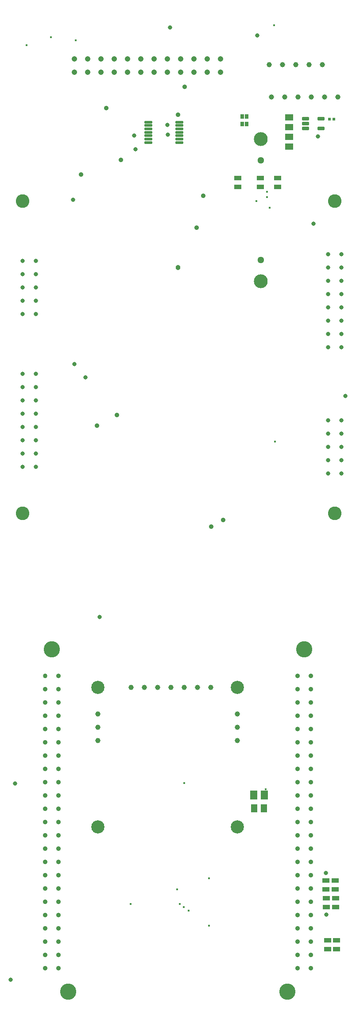
<source format=gbr>
G04 Layer_Color=8388736*
%FSLAX26Y26*%
%MOIN*%
%TF.FileFunction,Soldermask,Top*%
%TF.Part,Single*%
G01*
G75*
%TA.AperFunction,SMDPad,CuDef*%
%ADD55R,0.059118X0.045339*%
%ADD60R,0.055181X0.037465*%
%TA.AperFunction,ViaPad*%
%ADD62C,0.038000*%
%TA.AperFunction,ComponentPad*%
%ADD63C,0.039433*%
%TA.AperFunction,ViaPad*%
%ADD64C,0.102425*%
%ADD65C,0.099000*%
%TA.AperFunction,ComponentPad*%
%ADD66C,0.122110*%
%ADD67C,0.035496*%
%ADD68C,0.034000*%
%ADD69C,0.031953*%
%ADD70C,0.104000*%
%ADD71C,0.051000*%
%ADD72C,0.041402*%
%TA.AperFunction,ViaPad*%
%ADD73C,0.036000*%
%ADD74C,0.015811*%
%ADD75C,0.032000*%
%TA.AperFunction,SMDPad,CuDef*%
G04:AMPARAMS|DCode=76|XSize=29.591mil|YSize=51.244mil|CornerRadius=3.919mil|HoleSize=0mil|Usage=FLASHONLY|Rotation=90.000|XOffset=0mil|YOffset=0mil|HoleType=Round|Shape=RoundedRectangle|*
%AMROUNDEDRECTD76*
21,1,0.029591,0.043406,0,0,90.0*
21,1,0.021752,0.051244,0,0,90.0*
1,1,0.007839,0.021703,0.010876*
1,1,0.007839,0.021703,-0.010876*
1,1,0.007839,-0.021703,-0.010876*
1,1,0.007839,-0.021703,0.010876*
%
%ADD76ROUNDEDRECTD76*%
%ADD77R,0.024472X0.024472*%
%ADD78R,0.049276X0.061087*%
%ADD79R,0.057150X0.065024*%
G04:AMPARAMS|DCode=80|XSize=21.716mil|YSize=59.118mil|CornerRadius=3.949mil|HoleSize=0mil|Usage=FLASHONLY|Rotation=90.000|XOffset=0mil|YOffset=0mil|HoleType=Round|Shape=RoundedRectangle|*
%AMROUNDEDRECTD80*
21,1,0.021716,0.051221,0,0,90.0*
21,1,0.013819,0.059118,0,0,90.0*
1,1,0.007898,0.025610,0.006910*
1,1,0.007898,0.025610,-0.006910*
1,1,0.007898,-0.025610,-0.006910*
1,1,0.007898,-0.025610,0.006910*
%
%ADD80ROUNDEDRECTD80*%
%ADD81R,0.029591X0.037465*%
D55*
X2007519Y2906275D02*
D03*
X2007519Y2981078D02*
D03*
X2007519Y2761275D02*
D03*
X2007519Y2836078D02*
D03*
D60*
X1920000Y2523465D02*
D03*
X1920000Y2456535D02*
D03*
X1790000Y2523465D02*
D03*
X1790000Y2456535D02*
D03*
X1621378Y2523465D02*
D03*
X1621378Y2456535D02*
D03*
X2282386Y-2762316D02*
D03*
X2282386Y-2829244D02*
D03*
X2353252Y-2829244D02*
D03*
X2353252Y-2762316D02*
D03*
X2365063Y-3278062D02*
D03*
X2365063Y-3211134D02*
D03*
X2286323Y-2963102D02*
D03*
X2286323Y-2896172D02*
D03*
X2298134Y-3211133D02*
D03*
X2298134Y-3278063D02*
D03*
X2357190Y-2896174D02*
D03*
X2357190Y-2963102D02*
D03*
D62*
X1170000Y1850000D02*
D03*
D63*
X2157519Y3378676D02*
D03*
X2057519Y3378676D02*
D03*
X1957519Y3378676D02*
D03*
X1857519Y3378676D02*
D03*
X2257519Y3378676D02*
D03*
X2371999Y3133000D02*
D03*
X2271999Y3133000D02*
D03*
X2171999Y3133000D02*
D03*
X2071999Y3133000D02*
D03*
X1971999Y3133000D02*
D03*
X1871999Y3133000D02*
D03*
X1218149Y-1308322D02*
D03*
X1418149Y-1308322D02*
D03*
X1318149Y-1308322D02*
D03*
X1118149Y-1308322D02*
D03*
X1018149Y-1308322D02*
D03*
X918149Y-1308322D02*
D03*
X818149Y-1308322D02*
D03*
X1618149Y-1708322D02*
D03*
X1618149Y-1608322D02*
D03*
X1618149Y-1508322D02*
D03*
X568149Y-1708322D02*
D03*
X568149Y-1608322D02*
D03*
X568149Y-1508322D02*
D03*
D64*
X0Y2350000D02*
D03*
X0Y0D02*
D03*
X2350000Y2350000D02*
D03*
X2350000Y0D02*
D03*
D65*
X568149Y-2358322D02*
D03*
X1618149Y-1308322D02*
D03*
X1618149Y-2358322D02*
D03*
X568149Y-1308322D02*
D03*
D66*
X220000Y-1022500D02*
D03*
X2120000Y-1022500D02*
D03*
X1995000Y-3597500D02*
D03*
X345000Y-3597500D02*
D03*
D67*
X270000Y-1222500D02*
D03*
X270000Y-1322500D02*
D03*
X270000Y-1422500D02*
D03*
X270000Y-1522500D02*
D03*
X270000Y-1622500D02*
D03*
X270000Y-1722500D02*
D03*
X270000Y-1822500D02*
D03*
X270000Y-1922500D02*
D03*
X270000Y-2022500D02*
D03*
X270000Y-2122500D02*
D03*
X270000Y-2222500D02*
D03*
X270000Y-2322500D02*
D03*
X270000Y-2422500D02*
D03*
X270000Y-2522500D02*
D03*
X270000Y-2622500D02*
D03*
X270000Y-2722500D02*
D03*
X270000Y-2822500D02*
D03*
X270000Y-2922500D02*
D03*
X270000Y-3022500D02*
D03*
X270000Y-3122500D02*
D03*
X270000Y-3222500D02*
D03*
X270000Y-3322500D02*
D03*
X270000Y-3422500D02*
D03*
X170000Y-1322500D02*
D03*
X170000Y-1422500D02*
D03*
X170000Y-1522500D02*
D03*
X170000Y-1622500D02*
D03*
X170000Y-1722500D02*
D03*
X170000Y-1822500D02*
D03*
X170000Y-1922500D02*
D03*
X170000Y-2022500D02*
D03*
X170000Y-2122500D02*
D03*
X170000Y-2222500D02*
D03*
X170000Y-2322500D02*
D03*
X170000Y-2422500D02*
D03*
X170000Y-2522500D02*
D03*
X170000Y-2622500D02*
D03*
X170000Y-2722500D02*
D03*
X170000Y-2822500D02*
D03*
X170000Y-2922500D02*
D03*
X170000Y-3022500D02*
D03*
X170000Y-3122500D02*
D03*
X170000Y-3222500D02*
D03*
X170000Y-3322500D02*
D03*
X170000Y-3422500D02*
D03*
X2070000Y-1222500D02*
D03*
X2170000Y-1222500D02*
D03*
X2170000Y-1322500D02*
D03*
X2170000Y-1422500D02*
D03*
X2170000Y-1522500D02*
D03*
X2170000Y-1622500D02*
D03*
X2170000Y-1722500D02*
D03*
X2170000Y-1822500D02*
D03*
X2170000Y-1922500D02*
D03*
X2170000Y-2022500D02*
D03*
X2170000Y-2122500D02*
D03*
X2170000Y-2222500D02*
D03*
X2170000Y-2322500D02*
D03*
X2170000Y-2422500D02*
D03*
X2170000Y-2522500D02*
D03*
X2170000Y-2622500D02*
D03*
X2170000Y-2722500D02*
D03*
X2170000Y-2822500D02*
D03*
X2170000Y-2922500D02*
D03*
X2170000Y-3022500D02*
D03*
X2170000Y-3122500D02*
D03*
X2170000Y-3222500D02*
D03*
X2170000Y-3322500D02*
D03*
X2170000Y-3422500D02*
D03*
X2070000Y-1322500D02*
D03*
X2070000Y-1422500D02*
D03*
X2070000Y-1522500D02*
D03*
X2070000Y-1622500D02*
D03*
X2070000Y-1722500D02*
D03*
X2070000Y-1822500D02*
D03*
X2070000Y-1922500D02*
D03*
X2070000Y-2022500D02*
D03*
X2070000Y-2122500D02*
D03*
X2070000Y-2222500D02*
D03*
X2070000Y-2322500D02*
D03*
X2070000Y-2422500D02*
D03*
X2070000Y-2522500D02*
D03*
X2070000Y-2622500D02*
D03*
X2070000Y-2722500D02*
D03*
X2070000Y-2822500D02*
D03*
X2070000Y-2922500D02*
D03*
X2070000Y-3022500D02*
D03*
X2070000Y-3122500D02*
D03*
X2070000Y-3222500D02*
D03*
X2070000Y-3322500D02*
D03*
X2070000Y-3422500D02*
D03*
D68*
X170000Y-1222500D02*
D03*
D69*
X100000Y350000D02*
D03*
X100000Y450000D02*
D03*
X100000Y550000D02*
D03*
X0Y350000D02*
D03*
X0Y450000D02*
D03*
X0Y550000D02*
D03*
X100000Y650000D02*
D03*
X100000Y750000D02*
D03*
X100000Y850000D02*
D03*
X100000Y950000D02*
D03*
X100000Y1050000D02*
D03*
X0Y650000D02*
D03*
X0Y750000D02*
D03*
X0Y850000D02*
D03*
X0Y950000D02*
D03*
X0Y1050000D02*
D03*
X2400000Y1250000D02*
D03*
X2400000Y1350000D02*
D03*
X2400000Y1450000D02*
D03*
X2300000Y1250000D02*
D03*
X2300000Y1350000D02*
D03*
X2300000Y1450000D02*
D03*
X2400000Y1550000D02*
D03*
X2400000Y1650000D02*
D03*
X2400000Y1750000D02*
D03*
X2400000Y1850000D02*
D03*
X2400000Y1950000D02*
D03*
X2300000Y1550000D02*
D03*
X2300000Y1650000D02*
D03*
X2300000Y1750000D02*
D03*
X2300000Y1850000D02*
D03*
X2300000Y1950000D02*
D03*
X2300000Y300000D02*
D03*
X2300000Y400000D02*
D03*
X2300000Y500000D02*
D03*
X2300000Y600000D02*
D03*
X2300000Y700000D02*
D03*
X2400000Y300000D02*
D03*
X2400000Y400000D02*
D03*
X2400000Y500000D02*
D03*
X2400000Y600000D02*
D03*
X2400000Y700000D02*
D03*
X0Y1500000D02*
D03*
X0Y1600000D02*
D03*
X0Y1700000D02*
D03*
X0Y1800000D02*
D03*
X0Y1900000D02*
D03*
X100000Y1500000D02*
D03*
X100000Y1600000D02*
D03*
X100000Y1700000D02*
D03*
X100000Y1800000D02*
D03*
X100000Y1900000D02*
D03*
D70*
X1794197Y1746760D02*
D03*
X1794197Y2819160D02*
D03*
D71*
X1794197Y2657260D02*
D03*
X1792597Y1908660D02*
D03*
D72*
X1390000Y3320000D02*
D03*
X1390000Y3420000D02*
D03*
X1290000Y3420000D02*
D03*
X1190000Y3420000D02*
D03*
X1090000Y3420000D02*
D03*
X990000Y3420000D02*
D03*
X890000Y3420000D02*
D03*
X790000Y3420000D02*
D03*
X690000Y3420000D02*
D03*
X590000Y3420000D02*
D03*
X490000Y3420000D02*
D03*
X390000Y3420000D02*
D03*
X1290000Y3320000D02*
D03*
X1190000Y3320000D02*
D03*
X1090000Y3320000D02*
D03*
X990000Y3320000D02*
D03*
X890000Y3320000D02*
D03*
X790000Y3320000D02*
D03*
X690000Y3320000D02*
D03*
X590000Y3320000D02*
D03*
X490000Y3320000D02*
D03*
X390000Y3320000D02*
D03*
X1490000Y3420000D02*
D03*
X1490000Y3320000D02*
D03*
D73*
X740000Y2660000D02*
D03*
X630000Y3050000D02*
D03*
X1510000Y-50000D02*
D03*
X710000Y740000D02*
D03*
X1420000Y-100000D02*
D03*
X560000Y660000D02*
D03*
X1220000Y3210000D02*
D03*
X1170000Y3000000D02*
D03*
X440000Y2550000D02*
D03*
X1310000Y2150000D02*
D03*
X1360000Y2390000D02*
D03*
D74*
X1900000Y540000D02*
D03*
X1840000Y2420000D02*
D03*
X215000Y3585000D02*
D03*
X1215000Y-2963000D02*
D03*
X1217000Y-2029000D02*
D03*
X1829630Y-2075307D02*
D03*
X1164276Y-2827276D02*
D03*
X1250890Y-2988693D02*
D03*
X813882Y-2937512D02*
D03*
X1404433Y-3101370D02*
D03*
X1404433Y-2744598D02*
D03*
X1183961Y-2937512D02*
D03*
X1840000Y2380000D02*
D03*
X1760000Y2350000D02*
D03*
X1860000Y2300000D02*
D03*
X1895000Y3675000D02*
D03*
X30000Y3525000D02*
D03*
X400000Y3560000D02*
D03*
D75*
X580000Y-780000D02*
D03*
X380000Y2360000D02*
D03*
X1110000Y3659000D02*
D03*
X1767519Y3598676D02*
D03*
X2222519Y2838676D02*
D03*
X2430000Y885000D02*
D03*
X-56000Y-2033000D02*
D03*
X-90000Y-3510000D02*
D03*
X2282386Y-2705228D02*
D03*
X2286323Y-3020189D02*
D03*
X1090000Y2925000D02*
D03*
X1095000Y2850000D02*
D03*
X2190000Y2180000D02*
D03*
X840000Y2843000D02*
D03*
X475000Y1025000D02*
D03*
X390000Y1125000D02*
D03*
X850000Y2740000D02*
D03*
D76*
X2245590Y2971078D02*
D03*
X2245590Y2896275D02*
D03*
X2129448Y2896275D02*
D03*
X2129448Y2933676D02*
D03*
X2129448Y2971078D02*
D03*
D77*
X2311771Y2968676D02*
D03*
X2343267Y2968676D02*
D03*
D78*
X1744568Y-2220001D02*
D03*
X1815434Y-2220001D02*
D03*
D79*
X1740630Y-2120001D02*
D03*
X1819370Y-2120001D02*
D03*
D80*
X947779Y2945890D02*
D03*
X947779Y2920300D02*
D03*
X947779Y2894710D02*
D03*
X947779Y2869118D02*
D03*
X947779Y2843528D02*
D03*
X947779Y2817938D02*
D03*
X947779Y2792346D02*
D03*
X1180063Y2945890D02*
D03*
X1180063Y2920300D02*
D03*
X1180063Y2894710D02*
D03*
X1180063Y2869118D02*
D03*
X1180063Y2843528D02*
D03*
X1180063Y2817938D02*
D03*
X1180063Y2792346D02*
D03*
D81*
X1653268Y2988543D02*
D03*
X1686732Y2988543D02*
D03*
X1686732Y2931457D02*
D03*
X1653268Y2931457D02*
D03*
%TF.MD5,a037752bef4bb350169b6a7e069adab9*%
M02*

</source>
